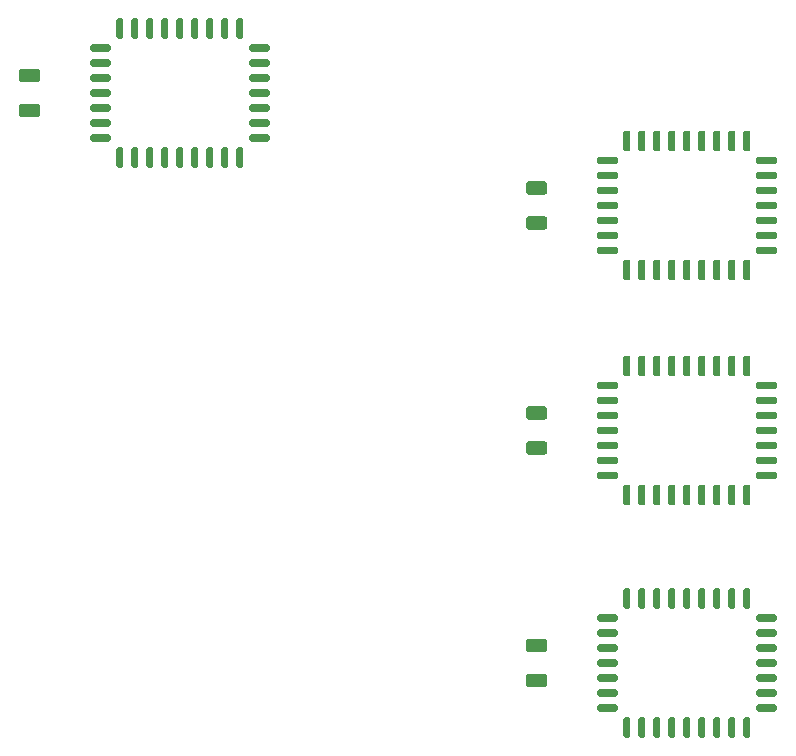
<source format=gbr>
%TF.GenerationSoftware,KiCad,Pcbnew,(5.1.10)-1*%
%TF.CreationDate,2023-06-12T08:51:03+01:00*%
%TF.ProjectId,pt8601_rom_adapter,70743836-3031-45f7-926f-6d5f61646170,rev?*%
%TF.SameCoordinates,Original*%
%TF.FileFunction,Paste,Top*%
%TF.FilePolarity,Positive*%
%FSLAX46Y46*%
G04 Gerber Fmt 4.6, Leading zero omitted, Abs format (unit mm)*
G04 Created by KiCad (PCBNEW (5.1.10)-1) date 2023-06-12 08:51:03*
%MOMM*%
%LPD*%
G01*
G04 APERTURE LIST*
G04 APERTURE END LIST*
%TO.C,U8*%
G36*
G01*
X168580700Y-116174800D02*
X167105700Y-116174800D01*
G75*
G02*
X166955700Y-116024800I0J150000D01*
G01*
X166955700Y-115724800D01*
G75*
G02*
X167105700Y-115574800I150000J0D01*
G01*
X168580700Y-115574800D01*
G75*
G02*
X168730700Y-115724800I0J-150000D01*
G01*
X168730700Y-116024800D01*
G75*
G02*
X168580700Y-116174800I-150000J0D01*
G01*
G37*
G36*
G01*
X168580700Y-114904800D02*
X167105700Y-114904800D01*
G75*
G02*
X166955700Y-114754800I0J150000D01*
G01*
X166955700Y-114454800D01*
G75*
G02*
X167105700Y-114304800I150000J0D01*
G01*
X168580700Y-114304800D01*
G75*
G02*
X168730700Y-114454800I0J-150000D01*
G01*
X168730700Y-114754800D01*
G75*
G02*
X168580700Y-114904800I-150000J0D01*
G01*
G37*
G36*
G01*
X168580700Y-113634800D02*
X167105700Y-113634800D01*
G75*
G02*
X166955700Y-113484800I0J150000D01*
G01*
X166955700Y-113184800D01*
G75*
G02*
X167105700Y-113034800I150000J0D01*
G01*
X168580700Y-113034800D01*
G75*
G02*
X168730700Y-113184800I0J-150000D01*
G01*
X168730700Y-113484800D01*
G75*
G02*
X168580700Y-113634800I-150000J0D01*
G01*
G37*
G36*
G01*
X169644200Y-112571300D02*
X169344200Y-112571300D01*
G75*
G02*
X169194200Y-112421300I0J150000D01*
G01*
X169194200Y-110946300D01*
G75*
G02*
X169344200Y-110796300I150000J0D01*
G01*
X169644200Y-110796300D01*
G75*
G02*
X169794200Y-110946300I0J-150000D01*
G01*
X169794200Y-112421300D01*
G75*
G02*
X169644200Y-112571300I-150000J0D01*
G01*
G37*
G36*
G01*
X170914200Y-112571300D02*
X170614200Y-112571300D01*
G75*
G02*
X170464200Y-112421300I0J150000D01*
G01*
X170464200Y-110946300D01*
G75*
G02*
X170614200Y-110796300I150000J0D01*
G01*
X170914200Y-110796300D01*
G75*
G02*
X171064200Y-110946300I0J-150000D01*
G01*
X171064200Y-112421300D01*
G75*
G02*
X170914200Y-112571300I-150000J0D01*
G01*
G37*
G36*
G01*
X172184200Y-112571300D02*
X171884200Y-112571300D01*
G75*
G02*
X171734200Y-112421300I0J150000D01*
G01*
X171734200Y-110946300D01*
G75*
G02*
X171884200Y-110796300I150000J0D01*
G01*
X172184200Y-110796300D01*
G75*
G02*
X172334200Y-110946300I0J-150000D01*
G01*
X172334200Y-112421300D01*
G75*
G02*
X172184200Y-112571300I-150000J0D01*
G01*
G37*
G36*
G01*
X173454200Y-112571300D02*
X173154200Y-112571300D01*
G75*
G02*
X173004200Y-112421300I0J150000D01*
G01*
X173004200Y-110946300D01*
G75*
G02*
X173154200Y-110796300I150000J0D01*
G01*
X173454200Y-110796300D01*
G75*
G02*
X173604200Y-110946300I0J-150000D01*
G01*
X173604200Y-112421300D01*
G75*
G02*
X173454200Y-112571300I-150000J0D01*
G01*
G37*
G36*
G01*
X174724200Y-112571300D02*
X174424200Y-112571300D01*
G75*
G02*
X174274200Y-112421300I0J150000D01*
G01*
X174274200Y-110946300D01*
G75*
G02*
X174424200Y-110796300I150000J0D01*
G01*
X174724200Y-110796300D01*
G75*
G02*
X174874200Y-110946300I0J-150000D01*
G01*
X174874200Y-112421300D01*
G75*
G02*
X174724200Y-112571300I-150000J0D01*
G01*
G37*
G36*
G01*
X175994200Y-112571300D02*
X175694200Y-112571300D01*
G75*
G02*
X175544200Y-112421300I0J150000D01*
G01*
X175544200Y-110946300D01*
G75*
G02*
X175694200Y-110796300I150000J0D01*
G01*
X175994200Y-110796300D01*
G75*
G02*
X176144200Y-110946300I0J-150000D01*
G01*
X176144200Y-112421300D01*
G75*
G02*
X175994200Y-112571300I-150000J0D01*
G01*
G37*
G36*
G01*
X177264200Y-112571300D02*
X176964200Y-112571300D01*
G75*
G02*
X176814200Y-112421300I0J150000D01*
G01*
X176814200Y-110946300D01*
G75*
G02*
X176964200Y-110796300I150000J0D01*
G01*
X177264200Y-110796300D01*
G75*
G02*
X177414200Y-110946300I0J-150000D01*
G01*
X177414200Y-112421300D01*
G75*
G02*
X177264200Y-112571300I-150000J0D01*
G01*
G37*
G36*
G01*
X178534200Y-112571300D02*
X178234200Y-112571300D01*
G75*
G02*
X178084200Y-112421300I0J150000D01*
G01*
X178084200Y-110946300D01*
G75*
G02*
X178234200Y-110796300I150000J0D01*
G01*
X178534200Y-110796300D01*
G75*
G02*
X178684200Y-110946300I0J-150000D01*
G01*
X178684200Y-112421300D01*
G75*
G02*
X178534200Y-112571300I-150000J0D01*
G01*
G37*
G36*
G01*
X179804200Y-112571300D02*
X179504200Y-112571300D01*
G75*
G02*
X179354200Y-112421300I0J150000D01*
G01*
X179354200Y-110946300D01*
G75*
G02*
X179504200Y-110796300I150000J0D01*
G01*
X179804200Y-110796300D01*
G75*
G02*
X179954200Y-110946300I0J-150000D01*
G01*
X179954200Y-112421300D01*
G75*
G02*
X179804200Y-112571300I-150000J0D01*
G01*
G37*
G36*
G01*
X182042700Y-113634800D02*
X180567700Y-113634800D01*
G75*
G02*
X180417700Y-113484800I0J150000D01*
G01*
X180417700Y-113184800D01*
G75*
G02*
X180567700Y-113034800I150000J0D01*
G01*
X182042700Y-113034800D01*
G75*
G02*
X182192700Y-113184800I0J-150000D01*
G01*
X182192700Y-113484800D01*
G75*
G02*
X182042700Y-113634800I-150000J0D01*
G01*
G37*
G36*
G01*
X182042700Y-114904800D02*
X180567700Y-114904800D01*
G75*
G02*
X180417700Y-114754800I0J150000D01*
G01*
X180417700Y-114454800D01*
G75*
G02*
X180567700Y-114304800I150000J0D01*
G01*
X182042700Y-114304800D01*
G75*
G02*
X182192700Y-114454800I0J-150000D01*
G01*
X182192700Y-114754800D01*
G75*
G02*
X182042700Y-114904800I-150000J0D01*
G01*
G37*
G36*
G01*
X182042700Y-116174800D02*
X180567700Y-116174800D01*
G75*
G02*
X180417700Y-116024800I0J150000D01*
G01*
X180417700Y-115724800D01*
G75*
G02*
X180567700Y-115574800I150000J0D01*
G01*
X182042700Y-115574800D01*
G75*
G02*
X182192700Y-115724800I0J-150000D01*
G01*
X182192700Y-116024800D01*
G75*
G02*
X182042700Y-116174800I-150000J0D01*
G01*
G37*
G36*
G01*
X182042700Y-117444800D02*
X180567700Y-117444800D01*
G75*
G02*
X180417700Y-117294800I0J150000D01*
G01*
X180417700Y-116994800D01*
G75*
G02*
X180567700Y-116844800I150000J0D01*
G01*
X182042700Y-116844800D01*
G75*
G02*
X182192700Y-116994800I0J-150000D01*
G01*
X182192700Y-117294800D01*
G75*
G02*
X182042700Y-117444800I-150000J0D01*
G01*
G37*
G36*
G01*
X182042700Y-118714800D02*
X180567700Y-118714800D01*
G75*
G02*
X180417700Y-118564800I0J150000D01*
G01*
X180417700Y-118264800D01*
G75*
G02*
X180567700Y-118114800I150000J0D01*
G01*
X182042700Y-118114800D01*
G75*
G02*
X182192700Y-118264800I0J-150000D01*
G01*
X182192700Y-118564800D01*
G75*
G02*
X182042700Y-118714800I-150000J0D01*
G01*
G37*
G36*
G01*
X182042700Y-119984800D02*
X180567700Y-119984800D01*
G75*
G02*
X180417700Y-119834800I0J150000D01*
G01*
X180417700Y-119534800D01*
G75*
G02*
X180567700Y-119384800I150000J0D01*
G01*
X182042700Y-119384800D01*
G75*
G02*
X182192700Y-119534800I0J-150000D01*
G01*
X182192700Y-119834800D01*
G75*
G02*
X182042700Y-119984800I-150000J0D01*
G01*
G37*
G36*
G01*
X182042700Y-121254800D02*
X180567700Y-121254800D01*
G75*
G02*
X180417700Y-121104800I0J150000D01*
G01*
X180417700Y-120804800D01*
G75*
G02*
X180567700Y-120654800I150000J0D01*
G01*
X182042700Y-120654800D01*
G75*
G02*
X182192700Y-120804800I0J-150000D01*
G01*
X182192700Y-121104800D01*
G75*
G02*
X182042700Y-121254800I-150000J0D01*
G01*
G37*
G36*
G01*
X179804200Y-123493300D02*
X179504200Y-123493300D01*
G75*
G02*
X179354200Y-123343300I0J150000D01*
G01*
X179354200Y-121868300D01*
G75*
G02*
X179504200Y-121718300I150000J0D01*
G01*
X179804200Y-121718300D01*
G75*
G02*
X179954200Y-121868300I0J-150000D01*
G01*
X179954200Y-123343300D01*
G75*
G02*
X179804200Y-123493300I-150000J0D01*
G01*
G37*
G36*
G01*
X178534200Y-123493300D02*
X178234200Y-123493300D01*
G75*
G02*
X178084200Y-123343300I0J150000D01*
G01*
X178084200Y-121868300D01*
G75*
G02*
X178234200Y-121718300I150000J0D01*
G01*
X178534200Y-121718300D01*
G75*
G02*
X178684200Y-121868300I0J-150000D01*
G01*
X178684200Y-123343300D01*
G75*
G02*
X178534200Y-123493300I-150000J0D01*
G01*
G37*
G36*
G01*
X177264200Y-123493300D02*
X176964200Y-123493300D01*
G75*
G02*
X176814200Y-123343300I0J150000D01*
G01*
X176814200Y-121868300D01*
G75*
G02*
X176964200Y-121718300I150000J0D01*
G01*
X177264200Y-121718300D01*
G75*
G02*
X177414200Y-121868300I0J-150000D01*
G01*
X177414200Y-123343300D01*
G75*
G02*
X177264200Y-123493300I-150000J0D01*
G01*
G37*
G36*
G01*
X175994200Y-123493300D02*
X175694200Y-123493300D01*
G75*
G02*
X175544200Y-123343300I0J150000D01*
G01*
X175544200Y-121868300D01*
G75*
G02*
X175694200Y-121718300I150000J0D01*
G01*
X175994200Y-121718300D01*
G75*
G02*
X176144200Y-121868300I0J-150000D01*
G01*
X176144200Y-123343300D01*
G75*
G02*
X175994200Y-123493300I-150000J0D01*
G01*
G37*
G36*
G01*
X174724200Y-123493300D02*
X174424200Y-123493300D01*
G75*
G02*
X174274200Y-123343300I0J150000D01*
G01*
X174274200Y-121868300D01*
G75*
G02*
X174424200Y-121718300I150000J0D01*
G01*
X174724200Y-121718300D01*
G75*
G02*
X174874200Y-121868300I0J-150000D01*
G01*
X174874200Y-123343300D01*
G75*
G02*
X174724200Y-123493300I-150000J0D01*
G01*
G37*
G36*
G01*
X173454200Y-123493300D02*
X173154200Y-123493300D01*
G75*
G02*
X173004200Y-123343300I0J150000D01*
G01*
X173004200Y-121868300D01*
G75*
G02*
X173154200Y-121718300I150000J0D01*
G01*
X173454200Y-121718300D01*
G75*
G02*
X173604200Y-121868300I0J-150000D01*
G01*
X173604200Y-123343300D01*
G75*
G02*
X173454200Y-123493300I-150000J0D01*
G01*
G37*
G36*
G01*
X172184200Y-123493300D02*
X171884200Y-123493300D01*
G75*
G02*
X171734200Y-123343300I0J150000D01*
G01*
X171734200Y-121868300D01*
G75*
G02*
X171884200Y-121718300I150000J0D01*
G01*
X172184200Y-121718300D01*
G75*
G02*
X172334200Y-121868300I0J-150000D01*
G01*
X172334200Y-123343300D01*
G75*
G02*
X172184200Y-123493300I-150000J0D01*
G01*
G37*
G36*
G01*
X170914200Y-123493300D02*
X170614200Y-123493300D01*
G75*
G02*
X170464200Y-123343300I0J150000D01*
G01*
X170464200Y-121868300D01*
G75*
G02*
X170614200Y-121718300I150000J0D01*
G01*
X170914200Y-121718300D01*
G75*
G02*
X171064200Y-121868300I0J-150000D01*
G01*
X171064200Y-123343300D01*
G75*
G02*
X170914200Y-123493300I-150000J0D01*
G01*
G37*
G36*
G01*
X169644200Y-123493300D02*
X169344200Y-123493300D01*
G75*
G02*
X169194200Y-123343300I0J150000D01*
G01*
X169194200Y-121868300D01*
G75*
G02*
X169344200Y-121718300I150000J0D01*
G01*
X169644200Y-121718300D01*
G75*
G02*
X169794200Y-121868300I0J-150000D01*
G01*
X169794200Y-123343300D01*
G75*
G02*
X169644200Y-123493300I-150000J0D01*
G01*
G37*
G36*
G01*
X168580700Y-121254800D02*
X167105700Y-121254800D01*
G75*
G02*
X166955700Y-121104800I0J150000D01*
G01*
X166955700Y-120804800D01*
G75*
G02*
X167105700Y-120654800I150000J0D01*
G01*
X168580700Y-120654800D01*
G75*
G02*
X168730700Y-120804800I0J-150000D01*
G01*
X168730700Y-121104800D01*
G75*
G02*
X168580700Y-121254800I-150000J0D01*
G01*
G37*
G36*
G01*
X168580700Y-119984800D02*
X167105700Y-119984800D01*
G75*
G02*
X166955700Y-119834800I0J150000D01*
G01*
X166955700Y-119534800D01*
G75*
G02*
X167105700Y-119384800I150000J0D01*
G01*
X168580700Y-119384800D01*
G75*
G02*
X168730700Y-119534800I0J-150000D01*
G01*
X168730700Y-119834800D01*
G75*
G02*
X168580700Y-119984800I-150000J0D01*
G01*
G37*
G36*
G01*
X168580700Y-118714800D02*
X167105700Y-118714800D01*
G75*
G02*
X166955700Y-118564800I0J150000D01*
G01*
X166955700Y-118264800D01*
G75*
G02*
X167105700Y-118114800I150000J0D01*
G01*
X168580700Y-118114800D01*
G75*
G02*
X168730700Y-118264800I0J-150000D01*
G01*
X168730700Y-118564800D01*
G75*
G02*
X168580700Y-118714800I-150000J0D01*
G01*
G37*
G36*
G01*
X168580700Y-117444800D02*
X167105700Y-117444800D01*
G75*
G02*
X166955700Y-117294800I0J150000D01*
G01*
X166955700Y-116994800D01*
G75*
G02*
X167105700Y-116844800I150000J0D01*
G01*
X168580700Y-116844800D01*
G75*
G02*
X168730700Y-116994800I0J-150000D01*
G01*
X168730700Y-117294800D01*
G75*
G02*
X168580700Y-117444800I-150000J0D01*
G01*
G37*
%TD*%
%TO.C,U7*%
G36*
G01*
X168580700Y-77439800D02*
X167105700Y-77439800D01*
G75*
G02*
X166955700Y-77289800I0J150000D01*
G01*
X166955700Y-76989800D01*
G75*
G02*
X167105700Y-76839800I150000J0D01*
G01*
X168580700Y-76839800D01*
G75*
G02*
X168730700Y-76989800I0J-150000D01*
G01*
X168730700Y-77289800D01*
G75*
G02*
X168580700Y-77439800I-150000J0D01*
G01*
G37*
G36*
G01*
X168580700Y-76169800D02*
X167105700Y-76169800D01*
G75*
G02*
X166955700Y-76019800I0J150000D01*
G01*
X166955700Y-75719800D01*
G75*
G02*
X167105700Y-75569800I150000J0D01*
G01*
X168580700Y-75569800D01*
G75*
G02*
X168730700Y-75719800I0J-150000D01*
G01*
X168730700Y-76019800D01*
G75*
G02*
X168580700Y-76169800I-150000J0D01*
G01*
G37*
G36*
G01*
X168580700Y-74899800D02*
X167105700Y-74899800D01*
G75*
G02*
X166955700Y-74749800I0J150000D01*
G01*
X166955700Y-74449800D01*
G75*
G02*
X167105700Y-74299800I150000J0D01*
G01*
X168580700Y-74299800D01*
G75*
G02*
X168730700Y-74449800I0J-150000D01*
G01*
X168730700Y-74749800D01*
G75*
G02*
X168580700Y-74899800I-150000J0D01*
G01*
G37*
G36*
G01*
X169644200Y-73836300D02*
X169344200Y-73836300D01*
G75*
G02*
X169194200Y-73686300I0J150000D01*
G01*
X169194200Y-72211300D01*
G75*
G02*
X169344200Y-72061300I150000J0D01*
G01*
X169644200Y-72061300D01*
G75*
G02*
X169794200Y-72211300I0J-150000D01*
G01*
X169794200Y-73686300D01*
G75*
G02*
X169644200Y-73836300I-150000J0D01*
G01*
G37*
G36*
G01*
X170914200Y-73836300D02*
X170614200Y-73836300D01*
G75*
G02*
X170464200Y-73686300I0J150000D01*
G01*
X170464200Y-72211300D01*
G75*
G02*
X170614200Y-72061300I150000J0D01*
G01*
X170914200Y-72061300D01*
G75*
G02*
X171064200Y-72211300I0J-150000D01*
G01*
X171064200Y-73686300D01*
G75*
G02*
X170914200Y-73836300I-150000J0D01*
G01*
G37*
G36*
G01*
X172184200Y-73836300D02*
X171884200Y-73836300D01*
G75*
G02*
X171734200Y-73686300I0J150000D01*
G01*
X171734200Y-72211300D01*
G75*
G02*
X171884200Y-72061300I150000J0D01*
G01*
X172184200Y-72061300D01*
G75*
G02*
X172334200Y-72211300I0J-150000D01*
G01*
X172334200Y-73686300D01*
G75*
G02*
X172184200Y-73836300I-150000J0D01*
G01*
G37*
G36*
G01*
X173454200Y-73836300D02*
X173154200Y-73836300D01*
G75*
G02*
X173004200Y-73686300I0J150000D01*
G01*
X173004200Y-72211300D01*
G75*
G02*
X173154200Y-72061300I150000J0D01*
G01*
X173454200Y-72061300D01*
G75*
G02*
X173604200Y-72211300I0J-150000D01*
G01*
X173604200Y-73686300D01*
G75*
G02*
X173454200Y-73836300I-150000J0D01*
G01*
G37*
G36*
G01*
X174724200Y-73836300D02*
X174424200Y-73836300D01*
G75*
G02*
X174274200Y-73686300I0J150000D01*
G01*
X174274200Y-72211300D01*
G75*
G02*
X174424200Y-72061300I150000J0D01*
G01*
X174724200Y-72061300D01*
G75*
G02*
X174874200Y-72211300I0J-150000D01*
G01*
X174874200Y-73686300D01*
G75*
G02*
X174724200Y-73836300I-150000J0D01*
G01*
G37*
G36*
G01*
X175994200Y-73836300D02*
X175694200Y-73836300D01*
G75*
G02*
X175544200Y-73686300I0J150000D01*
G01*
X175544200Y-72211300D01*
G75*
G02*
X175694200Y-72061300I150000J0D01*
G01*
X175994200Y-72061300D01*
G75*
G02*
X176144200Y-72211300I0J-150000D01*
G01*
X176144200Y-73686300D01*
G75*
G02*
X175994200Y-73836300I-150000J0D01*
G01*
G37*
G36*
G01*
X177264200Y-73836300D02*
X176964200Y-73836300D01*
G75*
G02*
X176814200Y-73686300I0J150000D01*
G01*
X176814200Y-72211300D01*
G75*
G02*
X176964200Y-72061300I150000J0D01*
G01*
X177264200Y-72061300D01*
G75*
G02*
X177414200Y-72211300I0J-150000D01*
G01*
X177414200Y-73686300D01*
G75*
G02*
X177264200Y-73836300I-150000J0D01*
G01*
G37*
G36*
G01*
X178534200Y-73836300D02*
X178234200Y-73836300D01*
G75*
G02*
X178084200Y-73686300I0J150000D01*
G01*
X178084200Y-72211300D01*
G75*
G02*
X178234200Y-72061300I150000J0D01*
G01*
X178534200Y-72061300D01*
G75*
G02*
X178684200Y-72211300I0J-150000D01*
G01*
X178684200Y-73686300D01*
G75*
G02*
X178534200Y-73836300I-150000J0D01*
G01*
G37*
G36*
G01*
X179804200Y-73836300D02*
X179504200Y-73836300D01*
G75*
G02*
X179354200Y-73686300I0J150000D01*
G01*
X179354200Y-72211300D01*
G75*
G02*
X179504200Y-72061300I150000J0D01*
G01*
X179804200Y-72061300D01*
G75*
G02*
X179954200Y-72211300I0J-150000D01*
G01*
X179954200Y-73686300D01*
G75*
G02*
X179804200Y-73836300I-150000J0D01*
G01*
G37*
G36*
G01*
X182042700Y-74899800D02*
X180567700Y-74899800D01*
G75*
G02*
X180417700Y-74749800I0J150000D01*
G01*
X180417700Y-74449800D01*
G75*
G02*
X180567700Y-74299800I150000J0D01*
G01*
X182042700Y-74299800D01*
G75*
G02*
X182192700Y-74449800I0J-150000D01*
G01*
X182192700Y-74749800D01*
G75*
G02*
X182042700Y-74899800I-150000J0D01*
G01*
G37*
G36*
G01*
X182042700Y-76169800D02*
X180567700Y-76169800D01*
G75*
G02*
X180417700Y-76019800I0J150000D01*
G01*
X180417700Y-75719800D01*
G75*
G02*
X180567700Y-75569800I150000J0D01*
G01*
X182042700Y-75569800D01*
G75*
G02*
X182192700Y-75719800I0J-150000D01*
G01*
X182192700Y-76019800D01*
G75*
G02*
X182042700Y-76169800I-150000J0D01*
G01*
G37*
G36*
G01*
X182042700Y-77439800D02*
X180567700Y-77439800D01*
G75*
G02*
X180417700Y-77289800I0J150000D01*
G01*
X180417700Y-76989800D01*
G75*
G02*
X180567700Y-76839800I150000J0D01*
G01*
X182042700Y-76839800D01*
G75*
G02*
X182192700Y-76989800I0J-150000D01*
G01*
X182192700Y-77289800D01*
G75*
G02*
X182042700Y-77439800I-150000J0D01*
G01*
G37*
G36*
G01*
X182042700Y-78709800D02*
X180567700Y-78709800D01*
G75*
G02*
X180417700Y-78559800I0J150000D01*
G01*
X180417700Y-78259800D01*
G75*
G02*
X180567700Y-78109800I150000J0D01*
G01*
X182042700Y-78109800D01*
G75*
G02*
X182192700Y-78259800I0J-150000D01*
G01*
X182192700Y-78559800D01*
G75*
G02*
X182042700Y-78709800I-150000J0D01*
G01*
G37*
G36*
G01*
X182042700Y-79979800D02*
X180567700Y-79979800D01*
G75*
G02*
X180417700Y-79829800I0J150000D01*
G01*
X180417700Y-79529800D01*
G75*
G02*
X180567700Y-79379800I150000J0D01*
G01*
X182042700Y-79379800D01*
G75*
G02*
X182192700Y-79529800I0J-150000D01*
G01*
X182192700Y-79829800D01*
G75*
G02*
X182042700Y-79979800I-150000J0D01*
G01*
G37*
G36*
G01*
X182042700Y-81249800D02*
X180567700Y-81249800D01*
G75*
G02*
X180417700Y-81099800I0J150000D01*
G01*
X180417700Y-80799800D01*
G75*
G02*
X180567700Y-80649800I150000J0D01*
G01*
X182042700Y-80649800D01*
G75*
G02*
X182192700Y-80799800I0J-150000D01*
G01*
X182192700Y-81099800D01*
G75*
G02*
X182042700Y-81249800I-150000J0D01*
G01*
G37*
G36*
G01*
X182042700Y-82519800D02*
X180567700Y-82519800D01*
G75*
G02*
X180417700Y-82369800I0J150000D01*
G01*
X180417700Y-82069800D01*
G75*
G02*
X180567700Y-81919800I150000J0D01*
G01*
X182042700Y-81919800D01*
G75*
G02*
X182192700Y-82069800I0J-150000D01*
G01*
X182192700Y-82369800D01*
G75*
G02*
X182042700Y-82519800I-150000J0D01*
G01*
G37*
G36*
G01*
X179804200Y-84758300D02*
X179504200Y-84758300D01*
G75*
G02*
X179354200Y-84608300I0J150000D01*
G01*
X179354200Y-83133300D01*
G75*
G02*
X179504200Y-82983300I150000J0D01*
G01*
X179804200Y-82983300D01*
G75*
G02*
X179954200Y-83133300I0J-150000D01*
G01*
X179954200Y-84608300D01*
G75*
G02*
X179804200Y-84758300I-150000J0D01*
G01*
G37*
G36*
G01*
X178534200Y-84758300D02*
X178234200Y-84758300D01*
G75*
G02*
X178084200Y-84608300I0J150000D01*
G01*
X178084200Y-83133300D01*
G75*
G02*
X178234200Y-82983300I150000J0D01*
G01*
X178534200Y-82983300D01*
G75*
G02*
X178684200Y-83133300I0J-150000D01*
G01*
X178684200Y-84608300D01*
G75*
G02*
X178534200Y-84758300I-150000J0D01*
G01*
G37*
G36*
G01*
X177264200Y-84758300D02*
X176964200Y-84758300D01*
G75*
G02*
X176814200Y-84608300I0J150000D01*
G01*
X176814200Y-83133300D01*
G75*
G02*
X176964200Y-82983300I150000J0D01*
G01*
X177264200Y-82983300D01*
G75*
G02*
X177414200Y-83133300I0J-150000D01*
G01*
X177414200Y-84608300D01*
G75*
G02*
X177264200Y-84758300I-150000J0D01*
G01*
G37*
G36*
G01*
X175994200Y-84758300D02*
X175694200Y-84758300D01*
G75*
G02*
X175544200Y-84608300I0J150000D01*
G01*
X175544200Y-83133300D01*
G75*
G02*
X175694200Y-82983300I150000J0D01*
G01*
X175994200Y-82983300D01*
G75*
G02*
X176144200Y-83133300I0J-150000D01*
G01*
X176144200Y-84608300D01*
G75*
G02*
X175994200Y-84758300I-150000J0D01*
G01*
G37*
G36*
G01*
X174724200Y-84758300D02*
X174424200Y-84758300D01*
G75*
G02*
X174274200Y-84608300I0J150000D01*
G01*
X174274200Y-83133300D01*
G75*
G02*
X174424200Y-82983300I150000J0D01*
G01*
X174724200Y-82983300D01*
G75*
G02*
X174874200Y-83133300I0J-150000D01*
G01*
X174874200Y-84608300D01*
G75*
G02*
X174724200Y-84758300I-150000J0D01*
G01*
G37*
G36*
G01*
X173454200Y-84758300D02*
X173154200Y-84758300D01*
G75*
G02*
X173004200Y-84608300I0J150000D01*
G01*
X173004200Y-83133300D01*
G75*
G02*
X173154200Y-82983300I150000J0D01*
G01*
X173454200Y-82983300D01*
G75*
G02*
X173604200Y-83133300I0J-150000D01*
G01*
X173604200Y-84608300D01*
G75*
G02*
X173454200Y-84758300I-150000J0D01*
G01*
G37*
G36*
G01*
X172184200Y-84758300D02*
X171884200Y-84758300D01*
G75*
G02*
X171734200Y-84608300I0J150000D01*
G01*
X171734200Y-83133300D01*
G75*
G02*
X171884200Y-82983300I150000J0D01*
G01*
X172184200Y-82983300D01*
G75*
G02*
X172334200Y-83133300I0J-150000D01*
G01*
X172334200Y-84608300D01*
G75*
G02*
X172184200Y-84758300I-150000J0D01*
G01*
G37*
G36*
G01*
X170914200Y-84758300D02*
X170614200Y-84758300D01*
G75*
G02*
X170464200Y-84608300I0J150000D01*
G01*
X170464200Y-83133300D01*
G75*
G02*
X170614200Y-82983300I150000J0D01*
G01*
X170914200Y-82983300D01*
G75*
G02*
X171064200Y-83133300I0J-150000D01*
G01*
X171064200Y-84608300D01*
G75*
G02*
X170914200Y-84758300I-150000J0D01*
G01*
G37*
G36*
G01*
X169644200Y-84758300D02*
X169344200Y-84758300D01*
G75*
G02*
X169194200Y-84608300I0J150000D01*
G01*
X169194200Y-83133300D01*
G75*
G02*
X169344200Y-82983300I150000J0D01*
G01*
X169644200Y-82983300D01*
G75*
G02*
X169794200Y-83133300I0J-150000D01*
G01*
X169794200Y-84608300D01*
G75*
G02*
X169644200Y-84758300I-150000J0D01*
G01*
G37*
G36*
G01*
X168580700Y-82519800D02*
X167105700Y-82519800D01*
G75*
G02*
X166955700Y-82369800I0J150000D01*
G01*
X166955700Y-82069800D01*
G75*
G02*
X167105700Y-81919800I150000J0D01*
G01*
X168580700Y-81919800D01*
G75*
G02*
X168730700Y-82069800I0J-150000D01*
G01*
X168730700Y-82369800D01*
G75*
G02*
X168580700Y-82519800I-150000J0D01*
G01*
G37*
G36*
G01*
X168580700Y-81249800D02*
X167105700Y-81249800D01*
G75*
G02*
X166955700Y-81099800I0J150000D01*
G01*
X166955700Y-80799800D01*
G75*
G02*
X167105700Y-80649800I150000J0D01*
G01*
X168580700Y-80649800D01*
G75*
G02*
X168730700Y-80799800I0J-150000D01*
G01*
X168730700Y-81099800D01*
G75*
G02*
X168580700Y-81249800I-150000J0D01*
G01*
G37*
G36*
G01*
X168580700Y-79979800D02*
X167105700Y-79979800D01*
G75*
G02*
X166955700Y-79829800I0J150000D01*
G01*
X166955700Y-79529800D01*
G75*
G02*
X167105700Y-79379800I150000J0D01*
G01*
X168580700Y-79379800D01*
G75*
G02*
X168730700Y-79529800I0J-150000D01*
G01*
X168730700Y-79829800D01*
G75*
G02*
X168580700Y-79979800I-150000J0D01*
G01*
G37*
G36*
G01*
X168580700Y-78709800D02*
X167105700Y-78709800D01*
G75*
G02*
X166955700Y-78559800I0J150000D01*
G01*
X166955700Y-78259800D01*
G75*
G02*
X167105700Y-78109800I150000J0D01*
G01*
X168580700Y-78109800D01*
G75*
G02*
X168730700Y-78259800I0J-150000D01*
G01*
X168730700Y-78559800D01*
G75*
G02*
X168580700Y-78709800I-150000J0D01*
G01*
G37*
%TD*%
%TO.C,U4*%
G36*
G01*
X168580700Y-96489800D02*
X167105700Y-96489800D01*
G75*
G02*
X166955700Y-96339800I0J150000D01*
G01*
X166955700Y-96039800D01*
G75*
G02*
X167105700Y-95889800I150000J0D01*
G01*
X168580700Y-95889800D01*
G75*
G02*
X168730700Y-96039800I0J-150000D01*
G01*
X168730700Y-96339800D01*
G75*
G02*
X168580700Y-96489800I-150000J0D01*
G01*
G37*
G36*
G01*
X168580700Y-95219800D02*
X167105700Y-95219800D01*
G75*
G02*
X166955700Y-95069800I0J150000D01*
G01*
X166955700Y-94769800D01*
G75*
G02*
X167105700Y-94619800I150000J0D01*
G01*
X168580700Y-94619800D01*
G75*
G02*
X168730700Y-94769800I0J-150000D01*
G01*
X168730700Y-95069800D01*
G75*
G02*
X168580700Y-95219800I-150000J0D01*
G01*
G37*
G36*
G01*
X168580700Y-93949800D02*
X167105700Y-93949800D01*
G75*
G02*
X166955700Y-93799800I0J150000D01*
G01*
X166955700Y-93499800D01*
G75*
G02*
X167105700Y-93349800I150000J0D01*
G01*
X168580700Y-93349800D01*
G75*
G02*
X168730700Y-93499800I0J-150000D01*
G01*
X168730700Y-93799800D01*
G75*
G02*
X168580700Y-93949800I-150000J0D01*
G01*
G37*
G36*
G01*
X169644200Y-92886300D02*
X169344200Y-92886300D01*
G75*
G02*
X169194200Y-92736300I0J150000D01*
G01*
X169194200Y-91261300D01*
G75*
G02*
X169344200Y-91111300I150000J0D01*
G01*
X169644200Y-91111300D01*
G75*
G02*
X169794200Y-91261300I0J-150000D01*
G01*
X169794200Y-92736300D01*
G75*
G02*
X169644200Y-92886300I-150000J0D01*
G01*
G37*
G36*
G01*
X170914200Y-92886300D02*
X170614200Y-92886300D01*
G75*
G02*
X170464200Y-92736300I0J150000D01*
G01*
X170464200Y-91261300D01*
G75*
G02*
X170614200Y-91111300I150000J0D01*
G01*
X170914200Y-91111300D01*
G75*
G02*
X171064200Y-91261300I0J-150000D01*
G01*
X171064200Y-92736300D01*
G75*
G02*
X170914200Y-92886300I-150000J0D01*
G01*
G37*
G36*
G01*
X172184200Y-92886300D02*
X171884200Y-92886300D01*
G75*
G02*
X171734200Y-92736300I0J150000D01*
G01*
X171734200Y-91261300D01*
G75*
G02*
X171884200Y-91111300I150000J0D01*
G01*
X172184200Y-91111300D01*
G75*
G02*
X172334200Y-91261300I0J-150000D01*
G01*
X172334200Y-92736300D01*
G75*
G02*
X172184200Y-92886300I-150000J0D01*
G01*
G37*
G36*
G01*
X173454200Y-92886300D02*
X173154200Y-92886300D01*
G75*
G02*
X173004200Y-92736300I0J150000D01*
G01*
X173004200Y-91261300D01*
G75*
G02*
X173154200Y-91111300I150000J0D01*
G01*
X173454200Y-91111300D01*
G75*
G02*
X173604200Y-91261300I0J-150000D01*
G01*
X173604200Y-92736300D01*
G75*
G02*
X173454200Y-92886300I-150000J0D01*
G01*
G37*
G36*
G01*
X174724200Y-92886300D02*
X174424200Y-92886300D01*
G75*
G02*
X174274200Y-92736300I0J150000D01*
G01*
X174274200Y-91261300D01*
G75*
G02*
X174424200Y-91111300I150000J0D01*
G01*
X174724200Y-91111300D01*
G75*
G02*
X174874200Y-91261300I0J-150000D01*
G01*
X174874200Y-92736300D01*
G75*
G02*
X174724200Y-92886300I-150000J0D01*
G01*
G37*
G36*
G01*
X175994200Y-92886300D02*
X175694200Y-92886300D01*
G75*
G02*
X175544200Y-92736300I0J150000D01*
G01*
X175544200Y-91261300D01*
G75*
G02*
X175694200Y-91111300I150000J0D01*
G01*
X175994200Y-91111300D01*
G75*
G02*
X176144200Y-91261300I0J-150000D01*
G01*
X176144200Y-92736300D01*
G75*
G02*
X175994200Y-92886300I-150000J0D01*
G01*
G37*
G36*
G01*
X177264200Y-92886300D02*
X176964200Y-92886300D01*
G75*
G02*
X176814200Y-92736300I0J150000D01*
G01*
X176814200Y-91261300D01*
G75*
G02*
X176964200Y-91111300I150000J0D01*
G01*
X177264200Y-91111300D01*
G75*
G02*
X177414200Y-91261300I0J-150000D01*
G01*
X177414200Y-92736300D01*
G75*
G02*
X177264200Y-92886300I-150000J0D01*
G01*
G37*
G36*
G01*
X178534200Y-92886300D02*
X178234200Y-92886300D01*
G75*
G02*
X178084200Y-92736300I0J150000D01*
G01*
X178084200Y-91261300D01*
G75*
G02*
X178234200Y-91111300I150000J0D01*
G01*
X178534200Y-91111300D01*
G75*
G02*
X178684200Y-91261300I0J-150000D01*
G01*
X178684200Y-92736300D01*
G75*
G02*
X178534200Y-92886300I-150000J0D01*
G01*
G37*
G36*
G01*
X179804200Y-92886300D02*
X179504200Y-92886300D01*
G75*
G02*
X179354200Y-92736300I0J150000D01*
G01*
X179354200Y-91261300D01*
G75*
G02*
X179504200Y-91111300I150000J0D01*
G01*
X179804200Y-91111300D01*
G75*
G02*
X179954200Y-91261300I0J-150000D01*
G01*
X179954200Y-92736300D01*
G75*
G02*
X179804200Y-92886300I-150000J0D01*
G01*
G37*
G36*
G01*
X182042700Y-93949800D02*
X180567700Y-93949800D01*
G75*
G02*
X180417700Y-93799800I0J150000D01*
G01*
X180417700Y-93499800D01*
G75*
G02*
X180567700Y-93349800I150000J0D01*
G01*
X182042700Y-93349800D01*
G75*
G02*
X182192700Y-93499800I0J-150000D01*
G01*
X182192700Y-93799800D01*
G75*
G02*
X182042700Y-93949800I-150000J0D01*
G01*
G37*
G36*
G01*
X182042700Y-95219800D02*
X180567700Y-95219800D01*
G75*
G02*
X180417700Y-95069800I0J150000D01*
G01*
X180417700Y-94769800D01*
G75*
G02*
X180567700Y-94619800I150000J0D01*
G01*
X182042700Y-94619800D01*
G75*
G02*
X182192700Y-94769800I0J-150000D01*
G01*
X182192700Y-95069800D01*
G75*
G02*
X182042700Y-95219800I-150000J0D01*
G01*
G37*
G36*
G01*
X182042700Y-96489800D02*
X180567700Y-96489800D01*
G75*
G02*
X180417700Y-96339800I0J150000D01*
G01*
X180417700Y-96039800D01*
G75*
G02*
X180567700Y-95889800I150000J0D01*
G01*
X182042700Y-95889800D01*
G75*
G02*
X182192700Y-96039800I0J-150000D01*
G01*
X182192700Y-96339800D01*
G75*
G02*
X182042700Y-96489800I-150000J0D01*
G01*
G37*
G36*
G01*
X182042700Y-97759800D02*
X180567700Y-97759800D01*
G75*
G02*
X180417700Y-97609800I0J150000D01*
G01*
X180417700Y-97309800D01*
G75*
G02*
X180567700Y-97159800I150000J0D01*
G01*
X182042700Y-97159800D01*
G75*
G02*
X182192700Y-97309800I0J-150000D01*
G01*
X182192700Y-97609800D01*
G75*
G02*
X182042700Y-97759800I-150000J0D01*
G01*
G37*
G36*
G01*
X182042700Y-99029800D02*
X180567700Y-99029800D01*
G75*
G02*
X180417700Y-98879800I0J150000D01*
G01*
X180417700Y-98579800D01*
G75*
G02*
X180567700Y-98429800I150000J0D01*
G01*
X182042700Y-98429800D01*
G75*
G02*
X182192700Y-98579800I0J-150000D01*
G01*
X182192700Y-98879800D01*
G75*
G02*
X182042700Y-99029800I-150000J0D01*
G01*
G37*
G36*
G01*
X182042700Y-100299800D02*
X180567700Y-100299800D01*
G75*
G02*
X180417700Y-100149800I0J150000D01*
G01*
X180417700Y-99849800D01*
G75*
G02*
X180567700Y-99699800I150000J0D01*
G01*
X182042700Y-99699800D01*
G75*
G02*
X182192700Y-99849800I0J-150000D01*
G01*
X182192700Y-100149800D01*
G75*
G02*
X182042700Y-100299800I-150000J0D01*
G01*
G37*
G36*
G01*
X182042700Y-101569800D02*
X180567700Y-101569800D01*
G75*
G02*
X180417700Y-101419800I0J150000D01*
G01*
X180417700Y-101119800D01*
G75*
G02*
X180567700Y-100969800I150000J0D01*
G01*
X182042700Y-100969800D01*
G75*
G02*
X182192700Y-101119800I0J-150000D01*
G01*
X182192700Y-101419800D01*
G75*
G02*
X182042700Y-101569800I-150000J0D01*
G01*
G37*
G36*
G01*
X179804200Y-103808300D02*
X179504200Y-103808300D01*
G75*
G02*
X179354200Y-103658300I0J150000D01*
G01*
X179354200Y-102183300D01*
G75*
G02*
X179504200Y-102033300I150000J0D01*
G01*
X179804200Y-102033300D01*
G75*
G02*
X179954200Y-102183300I0J-150000D01*
G01*
X179954200Y-103658300D01*
G75*
G02*
X179804200Y-103808300I-150000J0D01*
G01*
G37*
G36*
G01*
X178534200Y-103808300D02*
X178234200Y-103808300D01*
G75*
G02*
X178084200Y-103658300I0J150000D01*
G01*
X178084200Y-102183300D01*
G75*
G02*
X178234200Y-102033300I150000J0D01*
G01*
X178534200Y-102033300D01*
G75*
G02*
X178684200Y-102183300I0J-150000D01*
G01*
X178684200Y-103658300D01*
G75*
G02*
X178534200Y-103808300I-150000J0D01*
G01*
G37*
G36*
G01*
X177264200Y-103808300D02*
X176964200Y-103808300D01*
G75*
G02*
X176814200Y-103658300I0J150000D01*
G01*
X176814200Y-102183300D01*
G75*
G02*
X176964200Y-102033300I150000J0D01*
G01*
X177264200Y-102033300D01*
G75*
G02*
X177414200Y-102183300I0J-150000D01*
G01*
X177414200Y-103658300D01*
G75*
G02*
X177264200Y-103808300I-150000J0D01*
G01*
G37*
G36*
G01*
X175994200Y-103808300D02*
X175694200Y-103808300D01*
G75*
G02*
X175544200Y-103658300I0J150000D01*
G01*
X175544200Y-102183300D01*
G75*
G02*
X175694200Y-102033300I150000J0D01*
G01*
X175994200Y-102033300D01*
G75*
G02*
X176144200Y-102183300I0J-150000D01*
G01*
X176144200Y-103658300D01*
G75*
G02*
X175994200Y-103808300I-150000J0D01*
G01*
G37*
G36*
G01*
X174724200Y-103808300D02*
X174424200Y-103808300D01*
G75*
G02*
X174274200Y-103658300I0J150000D01*
G01*
X174274200Y-102183300D01*
G75*
G02*
X174424200Y-102033300I150000J0D01*
G01*
X174724200Y-102033300D01*
G75*
G02*
X174874200Y-102183300I0J-150000D01*
G01*
X174874200Y-103658300D01*
G75*
G02*
X174724200Y-103808300I-150000J0D01*
G01*
G37*
G36*
G01*
X173454200Y-103808300D02*
X173154200Y-103808300D01*
G75*
G02*
X173004200Y-103658300I0J150000D01*
G01*
X173004200Y-102183300D01*
G75*
G02*
X173154200Y-102033300I150000J0D01*
G01*
X173454200Y-102033300D01*
G75*
G02*
X173604200Y-102183300I0J-150000D01*
G01*
X173604200Y-103658300D01*
G75*
G02*
X173454200Y-103808300I-150000J0D01*
G01*
G37*
G36*
G01*
X172184200Y-103808300D02*
X171884200Y-103808300D01*
G75*
G02*
X171734200Y-103658300I0J150000D01*
G01*
X171734200Y-102183300D01*
G75*
G02*
X171884200Y-102033300I150000J0D01*
G01*
X172184200Y-102033300D01*
G75*
G02*
X172334200Y-102183300I0J-150000D01*
G01*
X172334200Y-103658300D01*
G75*
G02*
X172184200Y-103808300I-150000J0D01*
G01*
G37*
G36*
G01*
X170914200Y-103808300D02*
X170614200Y-103808300D01*
G75*
G02*
X170464200Y-103658300I0J150000D01*
G01*
X170464200Y-102183300D01*
G75*
G02*
X170614200Y-102033300I150000J0D01*
G01*
X170914200Y-102033300D01*
G75*
G02*
X171064200Y-102183300I0J-150000D01*
G01*
X171064200Y-103658300D01*
G75*
G02*
X170914200Y-103808300I-150000J0D01*
G01*
G37*
G36*
G01*
X169644200Y-103808300D02*
X169344200Y-103808300D01*
G75*
G02*
X169194200Y-103658300I0J150000D01*
G01*
X169194200Y-102183300D01*
G75*
G02*
X169344200Y-102033300I150000J0D01*
G01*
X169644200Y-102033300D01*
G75*
G02*
X169794200Y-102183300I0J-150000D01*
G01*
X169794200Y-103658300D01*
G75*
G02*
X169644200Y-103808300I-150000J0D01*
G01*
G37*
G36*
G01*
X168580700Y-101569800D02*
X167105700Y-101569800D01*
G75*
G02*
X166955700Y-101419800I0J150000D01*
G01*
X166955700Y-101119800D01*
G75*
G02*
X167105700Y-100969800I150000J0D01*
G01*
X168580700Y-100969800D01*
G75*
G02*
X168730700Y-101119800I0J-150000D01*
G01*
X168730700Y-101419800D01*
G75*
G02*
X168580700Y-101569800I-150000J0D01*
G01*
G37*
G36*
G01*
X168580700Y-100299800D02*
X167105700Y-100299800D01*
G75*
G02*
X166955700Y-100149800I0J150000D01*
G01*
X166955700Y-99849800D01*
G75*
G02*
X167105700Y-99699800I150000J0D01*
G01*
X168580700Y-99699800D01*
G75*
G02*
X168730700Y-99849800I0J-150000D01*
G01*
X168730700Y-100149800D01*
G75*
G02*
X168580700Y-100299800I-150000J0D01*
G01*
G37*
G36*
G01*
X168580700Y-99029800D02*
X167105700Y-99029800D01*
G75*
G02*
X166955700Y-98879800I0J150000D01*
G01*
X166955700Y-98579800D01*
G75*
G02*
X167105700Y-98429800I150000J0D01*
G01*
X168580700Y-98429800D01*
G75*
G02*
X168730700Y-98579800I0J-150000D01*
G01*
X168730700Y-98879800D01*
G75*
G02*
X168580700Y-99029800I-150000J0D01*
G01*
G37*
G36*
G01*
X168580700Y-97759800D02*
X167105700Y-97759800D01*
G75*
G02*
X166955700Y-97609800I0J150000D01*
G01*
X166955700Y-97309800D01*
G75*
G02*
X167105700Y-97159800I150000J0D01*
G01*
X168580700Y-97159800D01*
G75*
G02*
X168730700Y-97309800I0J-150000D01*
G01*
X168730700Y-97609800D01*
G75*
G02*
X168580700Y-97759800I-150000J0D01*
G01*
G37*
%TD*%
%TO.C,U3*%
G36*
G01*
X125654700Y-67914800D02*
X124179700Y-67914800D01*
G75*
G02*
X124029700Y-67764800I0J150000D01*
G01*
X124029700Y-67464800D01*
G75*
G02*
X124179700Y-67314800I150000J0D01*
G01*
X125654700Y-67314800D01*
G75*
G02*
X125804700Y-67464800I0J-150000D01*
G01*
X125804700Y-67764800D01*
G75*
G02*
X125654700Y-67914800I-150000J0D01*
G01*
G37*
G36*
G01*
X125654700Y-66644800D02*
X124179700Y-66644800D01*
G75*
G02*
X124029700Y-66494800I0J150000D01*
G01*
X124029700Y-66194800D01*
G75*
G02*
X124179700Y-66044800I150000J0D01*
G01*
X125654700Y-66044800D01*
G75*
G02*
X125804700Y-66194800I0J-150000D01*
G01*
X125804700Y-66494800D01*
G75*
G02*
X125654700Y-66644800I-150000J0D01*
G01*
G37*
G36*
G01*
X125654700Y-65374800D02*
X124179700Y-65374800D01*
G75*
G02*
X124029700Y-65224800I0J150000D01*
G01*
X124029700Y-64924800D01*
G75*
G02*
X124179700Y-64774800I150000J0D01*
G01*
X125654700Y-64774800D01*
G75*
G02*
X125804700Y-64924800I0J-150000D01*
G01*
X125804700Y-65224800D01*
G75*
G02*
X125654700Y-65374800I-150000J0D01*
G01*
G37*
G36*
G01*
X126718200Y-64311300D02*
X126418200Y-64311300D01*
G75*
G02*
X126268200Y-64161300I0J150000D01*
G01*
X126268200Y-62686300D01*
G75*
G02*
X126418200Y-62536300I150000J0D01*
G01*
X126718200Y-62536300D01*
G75*
G02*
X126868200Y-62686300I0J-150000D01*
G01*
X126868200Y-64161300D01*
G75*
G02*
X126718200Y-64311300I-150000J0D01*
G01*
G37*
G36*
G01*
X127988200Y-64311300D02*
X127688200Y-64311300D01*
G75*
G02*
X127538200Y-64161300I0J150000D01*
G01*
X127538200Y-62686300D01*
G75*
G02*
X127688200Y-62536300I150000J0D01*
G01*
X127988200Y-62536300D01*
G75*
G02*
X128138200Y-62686300I0J-150000D01*
G01*
X128138200Y-64161300D01*
G75*
G02*
X127988200Y-64311300I-150000J0D01*
G01*
G37*
G36*
G01*
X129258200Y-64311300D02*
X128958200Y-64311300D01*
G75*
G02*
X128808200Y-64161300I0J150000D01*
G01*
X128808200Y-62686300D01*
G75*
G02*
X128958200Y-62536300I150000J0D01*
G01*
X129258200Y-62536300D01*
G75*
G02*
X129408200Y-62686300I0J-150000D01*
G01*
X129408200Y-64161300D01*
G75*
G02*
X129258200Y-64311300I-150000J0D01*
G01*
G37*
G36*
G01*
X130528200Y-64311300D02*
X130228200Y-64311300D01*
G75*
G02*
X130078200Y-64161300I0J150000D01*
G01*
X130078200Y-62686300D01*
G75*
G02*
X130228200Y-62536300I150000J0D01*
G01*
X130528200Y-62536300D01*
G75*
G02*
X130678200Y-62686300I0J-150000D01*
G01*
X130678200Y-64161300D01*
G75*
G02*
X130528200Y-64311300I-150000J0D01*
G01*
G37*
G36*
G01*
X131798200Y-64311300D02*
X131498200Y-64311300D01*
G75*
G02*
X131348200Y-64161300I0J150000D01*
G01*
X131348200Y-62686300D01*
G75*
G02*
X131498200Y-62536300I150000J0D01*
G01*
X131798200Y-62536300D01*
G75*
G02*
X131948200Y-62686300I0J-150000D01*
G01*
X131948200Y-64161300D01*
G75*
G02*
X131798200Y-64311300I-150000J0D01*
G01*
G37*
G36*
G01*
X133068200Y-64311300D02*
X132768200Y-64311300D01*
G75*
G02*
X132618200Y-64161300I0J150000D01*
G01*
X132618200Y-62686300D01*
G75*
G02*
X132768200Y-62536300I150000J0D01*
G01*
X133068200Y-62536300D01*
G75*
G02*
X133218200Y-62686300I0J-150000D01*
G01*
X133218200Y-64161300D01*
G75*
G02*
X133068200Y-64311300I-150000J0D01*
G01*
G37*
G36*
G01*
X134338200Y-64311300D02*
X134038200Y-64311300D01*
G75*
G02*
X133888200Y-64161300I0J150000D01*
G01*
X133888200Y-62686300D01*
G75*
G02*
X134038200Y-62536300I150000J0D01*
G01*
X134338200Y-62536300D01*
G75*
G02*
X134488200Y-62686300I0J-150000D01*
G01*
X134488200Y-64161300D01*
G75*
G02*
X134338200Y-64311300I-150000J0D01*
G01*
G37*
G36*
G01*
X135608200Y-64311300D02*
X135308200Y-64311300D01*
G75*
G02*
X135158200Y-64161300I0J150000D01*
G01*
X135158200Y-62686300D01*
G75*
G02*
X135308200Y-62536300I150000J0D01*
G01*
X135608200Y-62536300D01*
G75*
G02*
X135758200Y-62686300I0J-150000D01*
G01*
X135758200Y-64161300D01*
G75*
G02*
X135608200Y-64311300I-150000J0D01*
G01*
G37*
G36*
G01*
X136878200Y-64311300D02*
X136578200Y-64311300D01*
G75*
G02*
X136428200Y-64161300I0J150000D01*
G01*
X136428200Y-62686300D01*
G75*
G02*
X136578200Y-62536300I150000J0D01*
G01*
X136878200Y-62536300D01*
G75*
G02*
X137028200Y-62686300I0J-150000D01*
G01*
X137028200Y-64161300D01*
G75*
G02*
X136878200Y-64311300I-150000J0D01*
G01*
G37*
G36*
G01*
X139116700Y-65374800D02*
X137641700Y-65374800D01*
G75*
G02*
X137491700Y-65224800I0J150000D01*
G01*
X137491700Y-64924800D01*
G75*
G02*
X137641700Y-64774800I150000J0D01*
G01*
X139116700Y-64774800D01*
G75*
G02*
X139266700Y-64924800I0J-150000D01*
G01*
X139266700Y-65224800D01*
G75*
G02*
X139116700Y-65374800I-150000J0D01*
G01*
G37*
G36*
G01*
X139116700Y-66644800D02*
X137641700Y-66644800D01*
G75*
G02*
X137491700Y-66494800I0J150000D01*
G01*
X137491700Y-66194800D01*
G75*
G02*
X137641700Y-66044800I150000J0D01*
G01*
X139116700Y-66044800D01*
G75*
G02*
X139266700Y-66194800I0J-150000D01*
G01*
X139266700Y-66494800D01*
G75*
G02*
X139116700Y-66644800I-150000J0D01*
G01*
G37*
G36*
G01*
X139116700Y-67914800D02*
X137641700Y-67914800D01*
G75*
G02*
X137491700Y-67764800I0J150000D01*
G01*
X137491700Y-67464800D01*
G75*
G02*
X137641700Y-67314800I150000J0D01*
G01*
X139116700Y-67314800D01*
G75*
G02*
X139266700Y-67464800I0J-150000D01*
G01*
X139266700Y-67764800D01*
G75*
G02*
X139116700Y-67914800I-150000J0D01*
G01*
G37*
G36*
G01*
X139116700Y-69184800D02*
X137641700Y-69184800D01*
G75*
G02*
X137491700Y-69034800I0J150000D01*
G01*
X137491700Y-68734800D01*
G75*
G02*
X137641700Y-68584800I150000J0D01*
G01*
X139116700Y-68584800D01*
G75*
G02*
X139266700Y-68734800I0J-150000D01*
G01*
X139266700Y-69034800D01*
G75*
G02*
X139116700Y-69184800I-150000J0D01*
G01*
G37*
G36*
G01*
X139116700Y-70454800D02*
X137641700Y-70454800D01*
G75*
G02*
X137491700Y-70304800I0J150000D01*
G01*
X137491700Y-70004800D01*
G75*
G02*
X137641700Y-69854800I150000J0D01*
G01*
X139116700Y-69854800D01*
G75*
G02*
X139266700Y-70004800I0J-150000D01*
G01*
X139266700Y-70304800D01*
G75*
G02*
X139116700Y-70454800I-150000J0D01*
G01*
G37*
G36*
G01*
X139116700Y-71724800D02*
X137641700Y-71724800D01*
G75*
G02*
X137491700Y-71574800I0J150000D01*
G01*
X137491700Y-71274800D01*
G75*
G02*
X137641700Y-71124800I150000J0D01*
G01*
X139116700Y-71124800D01*
G75*
G02*
X139266700Y-71274800I0J-150000D01*
G01*
X139266700Y-71574800D01*
G75*
G02*
X139116700Y-71724800I-150000J0D01*
G01*
G37*
G36*
G01*
X139116700Y-72994800D02*
X137641700Y-72994800D01*
G75*
G02*
X137491700Y-72844800I0J150000D01*
G01*
X137491700Y-72544800D01*
G75*
G02*
X137641700Y-72394800I150000J0D01*
G01*
X139116700Y-72394800D01*
G75*
G02*
X139266700Y-72544800I0J-150000D01*
G01*
X139266700Y-72844800D01*
G75*
G02*
X139116700Y-72994800I-150000J0D01*
G01*
G37*
G36*
G01*
X136878200Y-75233300D02*
X136578200Y-75233300D01*
G75*
G02*
X136428200Y-75083300I0J150000D01*
G01*
X136428200Y-73608300D01*
G75*
G02*
X136578200Y-73458300I150000J0D01*
G01*
X136878200Y-73458300D01*
G75*
G02*
X137028200Y-73608300I0J-150000D01*
G01*
X137028200Y-75083300D01*
G75*
G02*
X136878200Y-75233300I-150000J0D01*
G01*
G37*
G36*
G01*
X135608200Y-75233300D02*
X135308200Y-75233300D01*
G75*
G02*
X135158200Y-75083300I0J150000D01*
G01*
X135158200Y-73608300D01*
G75*
G02*
X135308200Y-73458300I150000J0D01*
G01*
X135608200Y-73458300D01*
G75*
G02*
X135758200Y-73608300I0J-150000D01*
G01*
X135758200Y-75083300D01*
G75*
G02*
X135608200Y-75233300I-150000J0D01*
G01*
G37*
G36*
G01*
X134338200Y-75233300D02*
X134038200Y-75233300D01*
G75*
G02*
X133888200Y-75083300I0J150000D01*
G01*
X133888200Y-73608300D01*
G75*
G02*
X134038200Y-73458300I150000J0D01*
G01*
X134338200Y-73458300D01*
G75*
G02*
X134488200Y-73608300I0J-150000D01*
G01*
X134488200Y-75083300D01*
G75*
G02*
X134338200Y-75233300I-150000J0D01*
G01*
G37*
G36*
G01*
X133068200Y-75233300D02*
X132768200Y-75233300D01*
G75*
G02*
X132618200Y-75083300I0J150000D01*
G01*
X132618200Y-73608300D01*
G75*
G02*
X132768200Y-73458300I150000J0D01*
G01*
X133068200Y-73458300D01*
G75*
G02*
X133218200Y-73608300I0J-150000D01*
G01*
X133218200Y-75083300D01*
G75*
G02*
X133068200Y-75233300I-150000J0D01*
G01*
G37*
G36*
G01*
X131798200Y-75233300D02*
X131498200Y-75233300D01*
G75*
G02*
X131348200Y-75083300I0J150000D01*
G01*
X131348200Y-73608300D01*
G75*
G02*
X131498200Y-73458300I150000J0D01*
G01*
X131798200Y-73458300D01*
G75*
G02*
X131948200Y-73608300I0J-150000D01*
G01*
X131948200Y-75083300D01*
G75*
G02*
X131798200Y-75233300I-150000J0D01*
G01*
G37*
G36*
G01*
X130528200Y-75233300D02*
X130228200Y-75233300D01*
G75*
G02*
X130078200Y-75083300I0J150000D01*
G01*
X130078200Y-73608300D01*
G75*
G02*
X130228200Y-73458300I150000J0D01*
G01*
X130528200Y-73458300D01*
G75*
G02*
X130678200Y-73608300I0J-150000D01*
G01*
X130678200Y-75083300D01*
G75*
G02*
X130528200Y-75233300I-150000J0D01*
G01*
G37*
G36*
G01*
X129258200Y-75233300D02*
X128958200Y-75233300D01*
G75*
G02*
X128808200Y-75083300I0J150000D01*
G01*
X128808200Y-73608300D01*
G75*
G02*
X128958200Y-73458300I150000J0D01*
G01*
X129258200Y-73458300D01*
G75*
G02*
X129408200Y-73608300I0J-150000D01*
G01*
X129408200Y-75083300D01*
G75*
G02*
X129258200Y-75233300I-150000J0D01*
G01*
G37*
G36*
G01*
X127988200Y-75233300D02*
X127688200Y-75233300D01*
G75*
G02*
X127538200Y-75083300I0J150000D01*
G01*
X127538200Y-73608300D01*
G75*
G02*
X127688200Y-73458300I150000J0D01*
G01*
X127988200Y-73458300D01*
G75*
G02*
X128138200Y-73608300I0J-150000D01*
G01*
X128138200Y-75083300D01*
G75*
G02*
X127988200Y-75233300I-150000J0D01*
G01*
G37*
G36*
G01*
X126718200Y-75233300D02*
X126418200Y-75233300D01*
G75*
G02*
X126268200Y-75083300I0J150000D01*
G01*
X126268200Y-73608300D01*
G75*
G02*
X126418200Y-73458300I150000J0D01*
G01*
X126718200Y-73458300D01*
G75*
G02*
X126868200Y-73608300I0J-150000D01*
G01*
X126868200Y-75083300D01*
G75*
G02*
X126718200Y-75233300I-150000J0D01*
G01*
G37*
G36*
G01*
X125654700Y-72994800D02*
X124179700Y-72994800D01*
G75*
G02*
X124029700Y-72844800I0J150000D01*
G01*
X124029700Y-72544800D01*
G75*
G02*
X124179700Y-72394800I150000J0D01*
G01*
X125654700Y-72394800D01*
G75*
G02*
X125804700Y-72544800I0J-150000D01*
G01*
X125804700Y-72844800D01*
G75*
G02*
X125654700Y-72994800I-150000J0D01*
G01*
G37*
G36*
G01*
X125654700Y-71724800D02*
X124179700Y-71724800D01*
G75*
G02*
X124029700Y-71574800I0J150000D01*
G01*
X124029700Y-71274800D01*
G75*
G02*
X124179700Y-71124800I150000J0D01*
G01*
X125654700Y-71124800D01*
G75*
G02*
X125804700Y-71274800I0J-150000D01*
G01*
X125804700Y-71574800D01*
G75*
G02*
X125654700Y-71724800I-150000J0D01*
G01*
G37*
G36*
G01*
X125654700Y-70454800D02*
X124179700Y-70454800D01*
G75*
G02*
X124029700Y-70304800I0J150000D01*
G01*
X124029700Y-70004800D01*
G75*
G02*
X124179700Y-69854800I150000J0D01*
G01*
X125654700Y-69854800D01*
G75*
G02*
X125804700Y-70004800I0J-150000D01*
G01*
X125804700Y-70304800D01*
G75*
G02*
X125654700Y-70454800I-150000J0D01*
G01*
G37*
G36*
G01*
X125654700Y-69184800D02*
X124179700Y-69184800D01*
G75*
G02*
X124029700Y-69034800I0J150000D01*
G01*
X124029700Y-68734800D01*
G75*
G02*
X124179700Y-68584800I150000J0D01*
G01*
X125654700Y-68584800D01*
G75*
G02*
X125804700Y-68734800I0J-150000D01*
G01*
X125804700Y-69034800D01*
G75*
G02*
X125654700Y-69184800I-150000J0D01*
G01*
G37*
%TD*%
%TO.C,C4*%
G36*
G01*
X161198799Y-118046600D02*
X162498801Y-118046600D01*
G75*
G02*
X162748800Y-118296599I0J-249999D01*
G01*
X162748800Y-118946601D01*
G75*
G02*
X162498801Y-119196600I-249999J0D01*
G01*
X161198799Y-119196600D01*
G75*
G02*
X160948800Y-118946601I0J249999D01*
G01*
X160948800Y-118296599D01*
G75*
G02*
X161198799Y-118046600I249999J0D01*
G01*
G37*
G36*
G01*
X161198799Y-115096600D02*
X162498801Y-115096600D01*
G75*
G02*
X162748800Y-115346599I0J-249999D01*
G01*
X162748800Y-115996601D01*
G75*
G02*
X162498801Y-116246600I-249999J0D01*
G01*
X161198799Y-116246600D01*
G75*
G02*
X160948800Y-115996601I0J249999D01*
G01*
X160948800Y-115346599D01*
G75*
G02*
X161198799Y-115096600I249999J0D01*
G01*
G37*
%TD*%
%TO.C,C3*%
G36*
G01*
X161198799Y-98361600D02*
X162498801Y-98361600D01*
G75*
G02*
X162748800Y-98611599I0J-249999D01*
G01*
X162748800Y-99261601D01*
G75*
G02*
X162498801Y-99511600I-249999J0D01*
G01*
X161198799Y-99511600D01*
G75*
G02*
X160948800Y-99261601I0J249999D01*
G01*
X160948800Y-98611599D01*
G75*
G02*
X161198799Y-98361600I249999J0D01*
G01*
G37*
G36*
G01*
X161198799Y-95411600D02*
X162498801Y-95411600D01*
G75*
G02*
X162748800Y-95661599I0J-249999D01*
G01*
X162748800Y-96311601D01*
G75*
G02*
X162498801Y-96561600I-249999J0D01*
G01*
X161198799Y-96561600D01*
G75*
G02*
X160948800Y-96311601I0J249999D01*
G01*
X160948800Y-95661599D01*
G75*
G02*
X161198799Y-95411600I249999J0D01*
G01*
G37*
%TD*%
%TO.C,C2*%
G36*
G01*
X161198799Y-79311600D02*
X162498801Y-79311600D01*
G75*
G02*
X162748800Y-79561599I0J-249999D01*
G01*
X162748800Y-80211601D01*
G75*
G02*
X162498801Y-80461600I-249999J0D01*
G01*
X161198799Y-80461600D01*
G75*
G02*
X160948800Y-80211601I0J249999D01*
G01*
X160948800Y-79561599D01*
G75*
G02*
X161198799Y-79311600I249999J0D01*
G01*
G37*
G36*
G01*
X161198799Y-76361600D02*
X162498801Y-76361600D01*
G75*
G02*
X162748800Y-76611599I0J-249999D01*
G01*
X162748800Y-77261601D01*
G75*
G02*
X162498801Y-77511600I-249999J0D01*
G01*
X161198799Y-77511600D01*
G75*
G02*
X160948800Y-77261601I0J249999D01*
G01*
X160948800Y-76611599D01*
G75*
G02*
X161198799Y-76361600I249999J0D01*
G01*
G37*
%TD*%
%TO.C,C1*%
G36*
G01*
X118272799Y-69786600D02*
X119572801Y-69786600D01*
G75*
G02*
X119822800Y-70036599I0J-249999D01*
G01*
X119822800Y-70686601D01*
G75*
G02*
X119572801Y-70936600I-249999J0D01*
G01*
X118272799Y-70936600D01*
G75*
G02*
X118022800Y-70686601I0J249999D01*
G01*
X118022800Y-70036599D01*
G75*
G02*
X118272799Y-69786600I249999J0D01*
G01*
G37*
G36*
G01*
X118272799Y-66836600D02*
X119572801Y-66836600D01*
G75*
G02*
X119822800Y-67086599I0J-249999D01*
G01*
X119822800Y-67736601D01*
G75*
G02*
X119572801Y-67986600I-249999J0D01*
G01*
X118272799Y-67986600D01*
G75*
G02*
X118022800Y-67736601I0J249999D01*
G01*
X118022800Y-67086599D01*
G75*
G02*
X118272799Y-66836600I249999J0D01*
G01*
G37*
%TD*%
M02*

</source>
